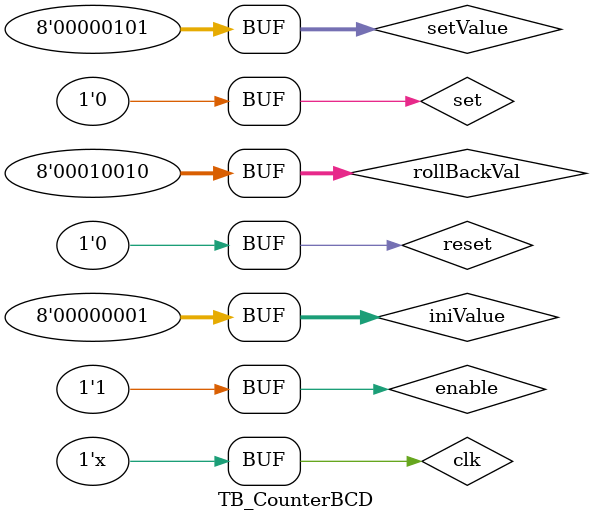
<source format=v>
module TB_CounterBCD ();
	
	reg  clk, reset, set, enable;
	reg  [7:0]iniValue, setValue, rollBackVal;
	wire [7:0]bcd;
	CounterBCD UUT(
				 clk,
				 reset,
				 set,
				 enable,
				 iniValue,
				 setValue,
				 rollBackVal,
				 bcd
				);
				
	initial begin
	
	//****************** Hour
		clk = 1'b0; reset = 1'b0; set = 1'b0; enable = 1'b0; iniValue = 8'd1; setValue = 8'b00000101; rollBackVal = 8'b00010010;//(18)10
		#3  reset  = 1'b1; 
		#5  enable = 1'b1;
		#10 reset  = 1'b0;
		
		#100 set = 1'b1;		
		#50  set = 1'b0;
		
		#60 enable = 1'b0;
		#20 enable = 1'b1;
		
		#200 reset = 1'b1;
		#30  reset = 1'b0;
		
		
	//****************** Min & sec		
		// clk = 1'b0; reset = 1'b0; iniValue = 8'd0; rollBackVal = 8'b01011001; //59
		// #3  reset = 1'b1;
		// #10 reset = 1'b0;
		
		// #800 reset = 1'b1;
		// #30  reset = 1'b0;
	end
	
	always clk = #5 ~clk;

endmodule
</source>
